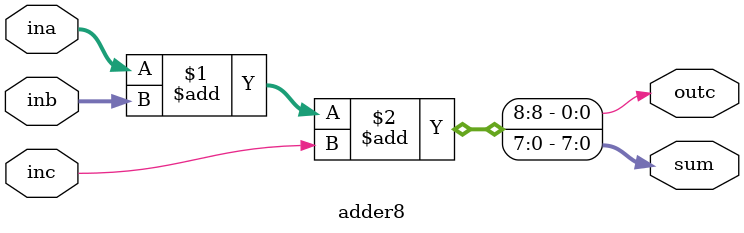
<source format=v>
`timescale 1ns / 1ps
module adder8(
    input [7:0] ina,
    input [7:0] inb,
    input inc,
    output [7:0] sum,
    output outc
    );
    assign {outc,sum} = ina + inb + inc;
endmodule

</source>
